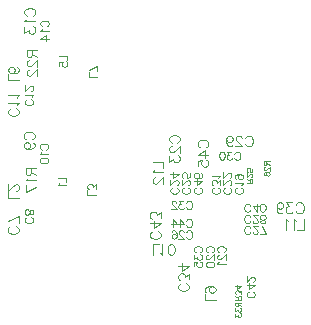
<source format=gbr>
%TF.GenerationSoftware,Altium Limited,Altium Designer,20.1.12 (249)*%
G04 Layer_Color=16711935*
%FSLAX45Y45*%
%MOMM*%
%TF.SameCoordinates,4EE8302A-A9A8-49E0-93C5-14594FCB678D*%
%TF.FilePolarity,Positive*%
%TF.FileFunction,Other,Mechanical_21*%
%TF.Part,Single*%
G01*
G75*
%TA.AperFunction,NonConductor*%
%ADD134C,0.07000*%
%ADD135C,0.09000*%
%ADD136C,0.05000*%
D134*
X894985Y1182500D02*
X825000D01*
Y1222491D01*
X894985Y1236822D02*
Y1273480D01*
X868324Y1253485D01*
Y1263483D01*
X864992Y1270148D01*
X861659Y1273480D01*
X851661Y1276813D01*
X844996D01*
X834998Y1273480D01*
X828333Y1266815D01*
X825000Y1256817D01*
Y1246819D01*
X828333Y1236822D01*
X831665Y1233489D01*
X838331Y1230156D01*
X585015Y2362500D02*
X655000D01*
Y2322508D01*
X585015Y2274852D02*
Y2308178D01*
X615008Y2311511D01*
X611676Y2308178D01*
X608343Y2298180D01*
Y2288182D01*
X611676Y2278185D01*
X618341Y2271519D01*
X628339Y2268187D01*
X635004D01*
X645002Y2271519D01*
X651667Y2278185D01*
X655000Y2288182D01*
Y2298180D01*
X651667Y2308178D01*
X648335Y2311511D01*
X641670Y2314843D01*
X575015Y1330000D02*
X645000D01*
Y1290009D01*
X588345Y1282344D02*
X585013Y1275678D01*
X575015Y1265680D01*
X645000D01*
X1580822Y1244989D02*
X1587487Y1241657D01*
X1594153Y1234991D01*
X1597485Y1228326D01*
Y1214996D01*
X1594153Y1208330D01*
X1587487Y1201665D01*
X1580822Y1198333D01*
X1570824Y1195000D01*
X1554161D01*
X1544163Y1198333D01*
X1537498Y1201665D01*
X1530833Y1208330D01*
X1527500Y1214996D01*
Y1228326D01*
X1530833Y1234991D01*
X1537498Y1241657D01*
X1544163Y1244989D01*
X1580822Y1267985D02*
X1584155D01*
X1590820Y1271317D01*
X1594153Y1274650D01*
X1597485Y1281315D01*
Y1294645D01*
X1594153Y1301311D01*
X1590820Y1304643D01*
X1584155Y1307976D01*
X1577490D01*
X1570824Y1304643D01*
X1560826Y1297978D01*
X1527500Y1264652D01*
Y1311309D01*
X1597485Y1360298D02*
X1550828Y1326972D01*
Y1376961D01*
X1597485Y1360298D02*
X1527500D01*
X904985Y2182500D02*
X835000D01*
Y2222491D01*
X904985Y2276813D02*
X835000Y2243487D01*
X904985Y2230156D02*
Y2276813D01*
X444178Y2610011D02*
X437513Y2613343D01*
X430847Y2620008D01*
X427515Y2626674D01*
Y2640004D01*
X430847Y2646670D01*
X437513Y2653335D01*
X444178Y2656667D01*
X454176Y2660000D01*
X470839D01*
X480837Y2656667D01*
X487502Y2653335D01*
X494167Y2646670D01*
X497500Y2640004D01*
Y2626674D01*
X494167Y2620008D01*
X487502Y2613343D01*
X480837Y2610011D01*
X440845Y2590348D02*
X437513Y2583683D01*
X427515Y2573685D01*
X497500D01*
X427515Y2505699D02*
X474172Y2539026D01*
Y2489036D01*
X427515Y2505699D02*
X497500D01*
X350822Y1992489D02*
X357487Y1989157D01*
X364152Y1982491D01*
X367485Y1975826D01*
Y1962495D01*
X364152Y1955830D01*
X357487Y1949165D01*
X350822Y1945833D01*
X340824Y1942500D01*
X324161D01*
X314163Y1945833D01*
X307498Y1949165D01*
X300833Y1955830D01*
X297500Y1962495D01*
Y1975826D01*
X300833Y1982491D01*
X307498Y1989157D01*
X314163Y1992489D01*
X354155Y2012152D02*
X357487Y2018817D01*
X367485Y2028815D01*
X297500D01*
X350822Y2066807D02*
X354155D01*
X360820Y2070139D01*
X364152Y2073472D01*
X367485Y2080137D01*
Y2093468D01*
X364152Y2100133D01*
X360820Y2103466D01*
X354155Y2106798D01*
X347490D01*
X340824Y2103466D01*
X330826Y2096800D01*
X297500Y2063474D01*
Y2110131D01*
X439178Y1567510D02*
X432513Y1570843D01*
X425848Y1577508D01*
X422515Y1584173D01*
Y1597504D01*
X425848Y1604169D01*
X432513Y1610834D01*
X439178Y1614167D01*
X449176Y1617500D01*
X465839D01*
X475837Y1614167D01*
X482502Y1610834D01*
X489167Y1604169D01*
X492500Y1597504D01*
Y1584173D01*
X489167Y1577508D01*
X482502Y1570843D01*
X475837Y1567510D01*
X435845Y1547848D02*
X432513Y1541183D01*
X422515Y1531185D01*
X492500D01*
X422515Y1476530D02*
X425848Y1486527D01*
X435845Y1493193D01*
X452508Y1496525D01*
X462506D01*
X479169Y1493193D01*
X489167Y1486527D01*
X492500Y1476530D01*
Y1469864D01*
X489167Y1459867D01*
X479169Y1453201D01*
X462506Y1449869D01*
X452508D01*
X435845Y1453201D01*
X425848Y1459867D01*
X422515Y1469864D01*
Y1476530D01*
X348322Y994989D02*
X354987Y991656D01*
X361653Y984991D01*
X364985Y978326D01*
Y964995D01*
X361653Y958330D01*
X354987Y951665D01*
X348322Y948332D01*
X338324Y945000D01*
X321661D01*
X311663Y948332D01*
X304998Y951665D01*
X298333Y958330D01*
X295000Y964995D01*
Y978326D01*
X298333Y984991D01*
X304998Y991656D01*
X311663Y994989D01*
X364985Y1031315D02*
X361653Y1021317D01*
X354987Y1017984D01*
X348322D01*
X341657Y1021317D01*
X338324Y1027982D01*
X334992Y1041313D01*
X331659Y1051310D01*
X324994Y1057976D01*
X318329Y1061308D01*
X308331D01*
X301665Y1057976D01*
X298333Y1054643D01*
X295000Y1044645D01*
Y1031315D01*
X298333Y1021317D01*
X301665Y1017984D01*
X308331Y1014652D01*
X318329D01*
X324994Y1017984D01*
X331659Y1024649D01*
X334992Y1034647D01*
X338324Y1047978D01*
X341657Y1054643D01*
X348322Y1057976D01*
X354987D01*
X361653Y1054643D01*
X364985Y1044645D01*
Y1031315D01*
X2225822Y364989D02*
X2232487Y361657D01*
X2239152Y354991D01*
X2242485Y348326D01*
Y334996D01*
X2239152Y328330D01*
X2232487Y321665D01*
X2225822Y318333D01*
X2215824Y315000D01*
X2199161D01*
X2189163Y318333D01*
X2182498Y321665D01*
X2175833Y328330D01*
X2172500Y334996D01*
Y348326D01*
X2175833Y354991D01*
X2182498Y361657D01*
X2189163Y364989D01*
X2242485Y417978D02*
X2195828Y384652D01*
Y434641D01*
X2242485Y417978D02*
X2172500D01*
X2225822Y450305D02*
X2229155D01*
X2235820Y453637D01*
X2239152Y456970D01*
X2242485Y463635D01*
Y476966D01*
X2239152Y483631D01*
X2235820Y486963D01*
X2229155Y490296D01*
X2222490D01*
X2215824Y486963D01*
X2205826Y480298D01*
X2172500Y446972D01*
Y493629D01*
X2070011Y1533322D02*
X2073344Y1539988D01*
X2080009Y1546653D01*
X2086674Y1549985D01*
X2100005D01*
X2106670Y1546653D01*
X2113335Y1539988D01*
X2116668Y1533322D01*
X2120000Y1523324D01*
Y1506661D01*
X2116668Y1496664D01*
X2113335Y1489998D01*
X2106670Y1483333D01*
X2100005Y1480000D01*
X2086674D01*
X2080009Y1483333D01*
X2073344Y1489998D01*
X2070011Y1496664D01*
X2043683Y1549985D02*
X2007024D01*
X2027020Y1523324D01*
X2017022D01*
X2010357Y1519992D01*
X2007024Y1516659D01*
X2003692Y1506661D01*
Y1499996D01*
X2007024Y1489998D01*
X2013690Y1483333D01*
X2023687Y1480000D01*
X2033685D01*
X2043683Y1483333D01*
X2047016Y1486666D01*
X2050348Y1493331D01*
X1968033Y1549985D02*
X1978030Y1546653D01*
X1984696Y1536655D01*
X1988028Y1519992D01*
Y1509994D01*
X1984696Y1493331D01*
X1978030Y1483333D01*
X1968033Y1480000D01*
X1961367D01*
X1951369Y1483333D01*
X1944704Y1493331D01*
X1941372Y1509994D01*
Y1519992D01*
X1944704Y1536655D01*
X1951369Y1546653D01*
X1961367Y1549985D01*
X1968033D01*
X1846678Y700011D02*
X1840013Y703344D01*
X1833348Y710009D01*
X1830015Y716674D01*
Y730005D01*
X1833348Y736670D01*
X1840013Y743335D01*
X1846678Y746668D01*
X1856676Y750000D01*
X1873339D01*
X1883337Y746668D01*
X1890002Y743335D01*
X1896667Y736670D01*
X1900000Y730005D01*
Y716674D01*
X1896667Y710009D01*
X1890002Y703344D01*
X1883337Y700011D01*
X1846678Y677016D02*
X1843345D01*
X1836680Y673683D01*
X1833348Y670350D01*
X1830015Y663685D01*
Y650355D01*
X1833348Y643690D01*
X1836680Y640357D01*
X1843345Y637024D01*
X1850011D01*
X1856676Y640357D01*
X1866674Y647022D01*
X1900000Y680348D01*
Y633692D01*
X1830015Y598033D02*
X1833348Y608030D01*
X1843345Y614695D01*
X1860008Y618028D01*
X1870006D01*
X1886670Y614695D01*
X1896667Y608030D01*
X1900000Y598033D01*
Y591367D01*
X1896667Y581369D01*
X1886670Y574704D01*
X1870006Y571371D01*
X1860008D01*
X1843345Y574704D01*
X1833348Y581369D01*
X1830015Y591367D01*
Y598033D01*
X2125822Y1244989D02*
X2132487Y1241657D01*
X2139153Y1234991D01*
X2142485Y1228326D01*
Y1214996D01*
X2139153Y1208330D01*
X2132487Y1201665D01*
X2125822Y1198333D01*
X2115824Y1195000D01*
X2099161D01*
X2089163Y1198333D01*
X2082498Y1201665D01*
X2075833Y1208330D01*
X2072500Y1214996D01*
Y1228326D01*
X2075833Y1234991D01*
X2082498Y1241657D01*
X2089163Y1244989D01*
X2129155Y1264652D02*
X2132487Y1271317D01*
X2142485Y1281315D01*
X2072500D01*
X2119157Y1359298D02*
X2109159Y1355966D01*
X2102494Y1349301D01*
X2099161Y1339303D01*
Y1335970D01*
X2102494Y1325972D01*
X2109159Y1319307D01*
X2119157Y1315974D01*
X2122490D01*
X2132487Y1319307D01*
X2139153Y1325972D01*
X2142485Y1335970D01*
Y1339303D01*
X2139153Y1349301D01*
X2132487Y1355966D01*
X2119157Y1359298D01*
X2102494D01*
X2085831Y1355966D01*
X2075833Y1349301D01*
X2072500Y1339303D01*
Y1332637D01*
X2075833Y1322639D01*
X2082498Y1319307D01*
X1678322Y1244989D02*
X1684987Y1241657D01*
X1691653Y1234991D01*
X1694985Y1228326D01*
Y1214996D01*
X1691653Y1208330D01*
X1684987Y1201665D01*
X1678322Y1198333D01*
X1668324Y1195000D01*
X1651661D01*
X1641663Y1198333D01*
X1634998Y1201665D01*
X1628333Y1208330D01*
X1625000Y1214996D01*
Y1228326D01*
X1628333Y1234991D01*
X1634998Y1241657D01*
X1641663Y1244989D01*
X1678322Y1267985D02*
X1681655D01*
X1688320Y1271317D01*
X1691653Y1274650D01*
X1694985Y1281315D01*
Y1294645D01*
X1691653Y1301311D01*
X1688320Y1304643D01*
X1681655Y1307976D01*
X1674990D01*
X1668324Y1304643D01*
X1658327Y1297978D01*
X1625000Y1264652D01*
Y1311309D01*
X1694985Y1366963D02*
Y1333637D01*
X1664992Y1330305D01*
X1668324Y1333637D01*
X1671657Y1343635D01*
Y1353633D01*
X1668324Y1363631D01*
X1661659Y1370296D01*
X1651661Y1373629D01*
X1644996D01*
X1634998Y1370296D01*
X1628333Y1363631D01*
X1625000Y1353633D01*
Y1343635D01*
X1628333Y1333637D01*
X1631666Y1330305D01*
X1638331Y1326972D01*
X1662511Y865822D02*
X1665844Y872487D01*
X1672509Y879152D01*
X1679174Y882485D01*
X1692505D01*
X1699170Y879152D01*
X1705835Y872487D01*
X1709168Y865822D01*
X1712500Y855824D01*
Y839161D01*
X1709168Y829163D01*
X1705835Y822498D01*
X1699170Y815833D01*
X1692505Y812500D01*
X1679174D01*
X1672509Y815833D01*
X1665844Y822498D01*
X1662511Y829163D01*
X1639516Y865822D02*
Y869155D01*
X1636183Y875820D01*
X1632850Y879152D01*
X1626185Y882485D01*
X1612855D01*
X1606190Y879152D01*
X1602857Y875820D01*
X1599524Y869155D01*
Y862490D01*
X1602857Y855824D01*
X1609522Y845826D01*
X1642848Y812500D01*
X1596192D01*
X1540537Y872487D02*
X1543869Y879152D01*
X1553867Y882485D01*
X1560533D01*
X1570530Y879152D01*
X1577195Y869155D01*
X1580528Y852492D01*
Y835828D01*
X1577195Y822498D01*
X1570530Y815833D01*
X1560533Y812500D01*
X1557200D01*
X1547202Y815833D01*
X1540537Y822498D01*
X1537204Y832496D01*
Y835828D01*
X1540537Y845826D01*
X1547202Y852492D01*
X1557200Y855824D01*
X1560533D01*
X1570530Y852492D01*
X1577195Y845826D01*
X1580528Y835828D01*
X1930822Y1244989D02*
X1937487Y1241657D01*
X1944153Y1234991D01*
X1947485Y1228326D01*
Y1214996D01*
X1944153Y1208330D01*
X1937487Y1201665D01*
X1930822Y1198333D01*
X1920824Y1195000D01*
X1904161D01*
X1894163Y1198333D01*
X1887498Y1201665D01*
X1880833Y1208330D01*
X1877500Y1214996D01*
Y1228326D01*
X1880833Y1234991D01*
X1887498Y1241657D01*
X1894163Y1244989D01*
X1947485Y1271317D02*
Y1307976D01*
X1920824Y1287980D01*
Y1297978D01*
X1917492Y1304643D01*
X1914159Y1307976D01*
X1904161Y1311309D01*
X1897496D01*
X1887498Y1307976D01*
X1880833Y1301311D01*
X1877500Y1291313D01*
Y1281315D01*
X1880833Y1271317D01*
X1884165Y1267985D01*
X1890831Y1264652D01*
X1934155Y1326972D02*
X1937487Y1333637D01*
X1947485Y1343635D01*
X1877500D01*
X1662511Y1115822D02*
X1665844Y1122487D01*
X1672509Y1129152D01*
X1679174Y1132485D01*
X1692505D01*
X1699170Y1129152D01*
X1705835Y1122487D01*
X1709168Y1115822D01*
X1712500Y1105824D01*
Y1089161D01*
X1709168Y1079163D01*
X1705835Y1072498D01*
X1699170Y1065833D01*
X1692505Y1062500D01*
X1679174D01*
X1672509Y1065833D01*
X1665844Y1072498D01*
X1662511Y1079163D01*
X1636183Y1132485D02*
X1599524D01*
X1619520Y1105824D01*
X1609522D01*
X1602857Y1102492D01*
X1599524Y1099159D01*
X1596192Y1089161D01*
Y1082496D01*
X1599524Y1072498D01*
X1606190Y1065833D01*
X1616187Y1062500D01*
X1626185D01*
X1636183Y1065833D01*
X1639516Y1069165D01*
X1642848Y1075830D01*
X1577195Y1115822D02*
Y1119155D01*
X1573863Y1125820D01*
X1570530Y1129152D01*
X1563865Y1132485D01*
X1550535D01*
X1543869Y1129152D01*
X1540537Y1125820D01*
X1537204Y1119155D01*
Y1112490D01*
X1540537Y1105824D01*
X1547202Y1095826D01*
X1580528Y1062500D01*
X1533871D01*
X1662511Y965822D02*
X1665844Y972487D01*
X1672509Y979152D01*
X1679174Y982485D01*
X1692505D01*
X1699170Y979152D01*
X1705835Y972487D01*
X1709168Y965822D01*
X1712500Y955824D01*
Y939161D01*
X1709168Y929163D01*
X1705835Y922498D01*
X1699170Y915833D01*
X1692505Y912500D01*
X1679174D01*
X1672509Y915833D01*
X1665844Y922498D01*
X1662511Y929163D01*
X1609522Y982485D02*
X1642848Y935828D01*
X1592859D01*
X1609522Y982485D02*
Y912500D01*
X1547202Y982485D02*
X1580528Y935828D01*
X1530539D01*
X1547202Y982485D02*
Y912500D01*
X1741678Y700011D02*
X1735013Y703344D01*
X1728348Y710009D01*
X1725015Y716674D01*
Y730005D01*
X1728348Y736670D01*
X1735013Y743335D01*
X1741678Y746668D01*
X1751676Y750000D01*
X1768339D01*
X1778337Y746668D01*
X1785002Y743335D01*
X1791667Y736670D01*
X1795000Y730005D01*
Y716674D01*
X1791667Y710009D01*
X1785002Y703344D01*
X1778337Y700011D01*
X1725015Y673683D02*
Y637024D01*
X1751676Y657020D01*
Y647022D01*
X1755009Y640357D01*
X1758341Y637024D01*
X1768339Y633692D01*
X1775005D01*
X1785002Y637024D01*
X1791667Y643690D01*
X1795000Y653687D01*
Y663685D01*
X1791667Y673683D01*
X1788335Y677016D01*
X1781670Y680348D01*
X1725015Y578037D02*
Y611363D01*
X1755009Y614695D01*
X1751676Y611363D01*
X1748343Y601365D01*
Y591367D01*
X1751676Y581369D01*
X1758341Y574704D01*
X1768339Y571371D01*
X1775005D01*
X1785002Y574704D01*
X1791667Y581369D01*
X1795000Y591367D01*
Y601365D01*
X1791667Y611363D01*
X1788335Y614695D01*
X1781670Y618028D01*
X1780822Y1244989D02*
X1787487Y1241657D01*
X1794153Y1234991D01*
X1797485Y1228326D01*
Y1214996D01*
X1794153Y1208330D01*
X1787487Y1201665D01*
X1780822Y1198333D01*
X1770824Y1195000D01*
X1754161D01*
X1744163Y1198333D01*
X1737498Y1201665D01*
X1730833Y1208330D01*
X1727500Y1214996D01*
Y1228326D01*
X1730833Y1234991D01*
X1737498Y1241657D01*
X1744163Y1244989D01*
X1797485Y1297978D02*
X1750829Y1264652D01*
Y1314641D01*
X1797485Y1297978D02*
X1727500D01*
X1787487Y1366963D02*
X1794153Y1363631D01*
X1797485Y1353633D01*
Y1346968D01*
X1794153Y1336970D01*
X1784155Y1330305D01*
X1767492Y1326972D01*
X1750829D01*
X1737498Y1330305D01*
X1730833Y1336970D01*
X1727500Y1346968D01*
Y1350300D01*
X1730833Y1360298D01*
X1737498Y1366963D01*
X1747496Y1370296D01*
X1750829D01*
X1760827Y1366963D01*
X1767492Y1360298D01*
X1770824Y1350300D01*
Y1346968D01*
X1767492Y1336970D01*
X1760827Y1330305D01*
X1750829Y1326972D01*
X2204989Y1056678D02*
X2201657Y1050013D01*
X2194992Y1043348D01*
X2188326Y1040015D01*
X2174996D01*
X2168330Y1043348D01*
X2161665Y1050013D01*
X2158333Y1056678D01*
X2155000Y1066676D01*
Y1083339D01*
X2158333Y1093337D01*
X2161665Y1100002D01*
X2168330Y1106667D01*
X2174996Y1110000D01*
X2188326D01*
X2194992Y1106667D01*
X2201657Y1100002D01*
X2204989Y1093337D01*
X2257978Y1040015D02*
X2224652Y1086672D01*
X2274641D01*
X2257978Y1040015D02*
Y1110000D01*
X2306968Y1040015D02*
X2296970Y1043348D01*
X2290305Y1053345D01*
X2286972Y1070009D01*
Y1080006D01*
X2290305Y1096670D01*
X2296970Y1106667D01*
X2306968Y1110000D01*
X2313633D01*
X2323631Y1106667D01*
X2330296Y1096670D01*
X2333629Y1080006D01*
Y1070009D01*
X2330296Y1053345D01*
X2323631Y1043348D01*
X2313633Y1040015D01*
X2306968D01*
X2204989Y869178D02*
X2201657Y862513D01*
X2194992Y855848D01*
X2188326Y852515D01*
X2174996D01*
X2168330Y855848D01*
X2161665Y862513D01*
X2158333Y869178D01*
X2155000Y879176D01*
Y895839D01*
X2158333Y905837D01*
X2161665Y912502D01*
X2168330Y919167D01*
X2174996Y922500D01*
X2188326D01*
X2194992Y919167D01*
X2201657Y912502D01*
X2204989Y905837D01*
X2227985Y869178D02*
Y865845D01*
X2231317Y859180D01*
X2234650Y855848D01*
X2241315Y852515D01*
X2254645D01*
X2261311Y855848D01*
X2264643Y859180D01*
X2267976Y865845D01*
Y872511D01*
X2264643Y879176D01*
X2257978Y889174D01*
X2224652Y922500D01*
X2271309D01*
X2333629Y852515D02*
X2300302Y922500D01*
X2286972Y852515D02*
X2333629D01*
X2204989Y959178D02*
X2201657Y952513D01*
X2194992Y945848D01*
X2188326Y942515D01*
X2174996D01*
X2168330Y945848D01*
X2161665Y952513D01*
X2158333Y959178D01*
X2155000Y969176D01*
Y985839D01*
X2158333Y995837D01*
X2161665Y1002502D01*
X2168330Y1009167D01*
X2174996Y1012500D01*
X2188326D01*
X2194992Y1009167D01*
X2201657Y1002502D01*
X2204989Y995837D01*
X2227985Y959178D02*
Y955845D01*
X2231317Y949180D01*
X2234650Y945848D01*
X2241315Y942515D01*
X2254645D01*
X2261311Y945848D01*
X2264643Y949180D01*
X2267976Y955845D01*
Y962511D01*
X2264643Y969176D01*
X2257978Y979174D01*
X2224652Y1012500D01*
X2271309D01*
X2303635Y942515D02*
X2293637Y945848D01*
X2290305Y952513D01*
Y959178D01*
X2293637Y965843D01*
X2300302Y969176D01*
X2313633Y972509D01*
X2323631Y975841D01*
X2330296Y982507D01*
X2333629Y989172D01*
Y999170D01*
X2330296Y1005835D01*
X2326964Y1009167D01*
X2316966Y1012500D01*
X2303635D01*
X2293637Y1009167D01*
X2290305Y1005835D01*
X2286972Y999170D01*
Y989172D01*
X2290305Y982507D01*
X2296970Y975841D01*
X2306968Y972509D01*
X2320298Y969176D01*
X2326964Y965843D01*
X2330296Y959178D01*
Y952513D01*
X2326964Y945848D01*
X2316966Y942515D01*
X2303635D01*
X1941678Y700011D02*
X1935013Y703344D01*
X1928348Y710009D01*
X1925015Y716674D01*
Y730005D01*
X1928348Y736670D01*
X1935013Y743335D01*
X1941678Y746668D01*
X1951676Y750000D01*
X1968339D01*
X1978337Y746668D01*
X1985002Y743335D01*
X1991667Y736670D01*
X1995000Y730005D01*
Y716674D01*
X1991667Y710009D01*
X1985002Y703344D01*
X1978337Y700011D01*
X1941678Y677016D02*
X1938345D01*
X1931680Y673683D01*
X1928348Y670350D01*
X1925015Y663685D01*
Y650355D01*
X1928348Y643690D01*
X1931680Y640357D01*
X1938345Y637024D01*
X1945011D01*
X1951676Y640357D01*
X1961674Y647022D01*
X1995000Y680348D01*
Y633692D01*
X1938345Y618028D02*
X1935013Y611363D01*
X1925015Y601365D01*
X1995000D01*
X2028322Y1244989D02*
X2034988Y1241657D01*
X2041653Y1234991D01*
X2044985Y1228326D01*
Y1214996D01*
X2041653Y1208330D01*
X2034988Y1201665D01*
X2028322Y1198333D01*
X2018324Y1195000D01*
X2001661D01*
X1991664Y1198333D01*
X1984998Y1201665D01*
X1978333Y1208330D01*
X1975000Y1214996D01*
Y1228326D01*
X1978333Y1234991D01*
X1984998Y1241657D01*
X1991664Y1244989D01*
X2028322Y1267985D02*
X2031655D01*
X2038320Y1271317D01*
X2041653Y1274650D01*
X2044985Y1281315D01*
Y1294645D01*
X2041653Y1301311D01*
X2038320Y1304643D01*
X2031655Y1307976D01*
X2024990D01*
X2018324Y1304643D01*
X2008327Y1297978D01*
X1975000Y1264652D01*
Y1311309D01*
X2028322Y1330305D02*
X2031655D01*
X2038320Y1333637D01*
X2041653Y1336970D01*
X2044985Y1343635D01*
Y1356966D01*
X2041653Y1363631D01*
X2038320Y1366963D01*
X2031655Y1370296D01*
X2024990D01*
X2018324Y1366963D01*
X2008327Y1360298D01*
X1975000Y1326972D01*
Y1373629D01*
D135*
X1377519Y1462500D02*
X1467500D01*
Y1411083D01*
X1394658Y1401228D02*
X1390374Y1392658D01*
X1377519Y1379804D01*
X1467500D01*
X1398943Y1330957D02*
X1394658D01*
X1386089Y1326672D01*
X1381804Y1322387D01*
X1377519Y1313818D01*
Y1296678D01*
X1381804Y1288109D01*
X1386089Y1283824D01*
X1394658Y1279539D01*
X1403228D01*
X1411798Y1283824D01*
X1424652Y1292394D01*
X1467500Y1335242D01*
Y1275254D01*
X312519Y2407500D02*
X402500D01*
X312519D02*
Y2368937D01*
X316804Y2356082D01*
X321089Y2351797D01*
X329658Y2347513D01*
X338228D01*
X346797Y2351797D01*
X351082Y2356082D01*
X355367Y2368937D01*
Y2407500D01*
Y2377506D02*
X402500Y2347513D01*
X333943Y2323089D02*
X329658D01*
X321089Y2318804D01*
X316804Y2314520D01*
X312519Y2305950D01*
Y2288811D01*
X316804Y2280241D01*
X321089Y2275957D01*
X329658Y2271672D01*
X338228D01*
X346797Y2275957D01*
X359652Y2284526D01*
X402500Y2327374D01*
Y2267387D01*
X333943Y2242964D02*
X329658D01*
X321089Y2238679D01*
X316804Y2234394D01*
X312519Y2225824D01*
Y2208685D01*
X316804Y2200115D01*
X321089Y2195831D01*
X329658Y2191546D01*
X338228D01*
X346797Y2195831D01*
X359652Y2204400D01*
X402500Y2247248D01*
Y2187261D01*
X223557Y1916772D02*
X232127Y1912487D01*
X240696Y1903917D01*
X244981Y1895348D01*
Y1878209D01*
X240696Y1869639D01*
X232127Y1861070D01*
X223557Y1856785D01*
X210703Y1852500D01*
X189279D01*
X176424Y1856785D01*
X167855Y1861070D01*
X159285Y1869639D01*
X155000Y1878209D01*
Y1895348D01*
X159285Y1903917D01*
X167855Y1912487D01*
X176424Y1916772D01*
X227842Y1942052D02*
X232127Y1950622D01*
X244981Y1963476D01*
X155000D01*
X227842Y2008038D02*
X232127Y2016608D01*
X244981Y2029462D01*
X155000D01*
X313943Y2700728D02*
X305374Y2705013D01*
X296804Y2713583D01*
X292519Y2722152D01*
Y2739291D01*
X296804Y2747861D01*
X305374Y2756430D01*
X313943Y2760715D01*
X326797Y2765000D01*
X348222D01*
X361076Y2760715D01*
X369645Y2756430D01*
X378215Y2747861D01*
X382500Y2739291D01*
Y2722152D01*
X378215Y2713583D01*
X369645Y2705013D01*
X361076Y2700728D01*
X309658Y2675448D02*
X305374Y2666878D01*
X292519Y2654024D01*
X382500D01*
X292519Y2600892D02*
Y2553759D01*
X326797Y2579468D01*
Y2566614D01*
X331082Y2558044D01*
X335367Y2553759D01*
X348222Y2549475D01*
X356791D01*
X369645Y2553759D01*
X378215Y2562329D01*
X382500Y2575184D01*
Y2588038D01*
X378215Y2600892D01*
X373930Y2605177D01*
X365361Y2609462D01*
X244981Y2152500D02*
X155000D01*
Y2203917D01*
X232127Y2265190D02*
X240696Y2260905D01*
X244981Y2248051D01*
Y2239481D01*
X240696Y2226627D01*
X227842Y2218057D01*
X206418Y2213773D01*
X184994D01*
X167855Y2218057D01*
X159285Y2226627D01*
X155000Y2239481D01*
Y2243766D01*
X159285Y2256621D01*
X167855Y2265190D01*
X180709Y2269475D01*
X184994D01*
X197848Y2265190D01*
X206418Y2256621D01*
X210703Y2243766D01*
Y2239481D01*
X206418Y2226627D01*
X197848Y2218057D01*
X184994Y2213773D01*
X221057Y919272D02*
X229626Y914987D01*
X238196Y906417D01*
X242481Y897848D01*
Y880709D01*
X238196Y872139D01*
X229626Y863570D01*
X221057Y859285D01*
X208203Y855000D01*
X186778D01*
X173924Y859285D01*
X165355Y863570D01*
X156785Y872139D01*
X152500Y880709D01*
Y897848D01*
X156785Y906417D01*
X165355Y914987D01*
X173924Y919272D01*
X242481Y1004539D02*
X152500Y961691D01*
X242481Y944552D02*
Y1004539D01*
Y1155000D02*
X152500D01*
Y1206417D01*
X221057Y1220557D02*
X225342D01*
X233911Y1224842D01*
X238196Y1229127D01*
X242481Y1237696D01*
Y1254836D01*
X238196Y1263405D01*
X233911Y1267690D01*
X225342Y1271975D01*
X216772D01*
X208203Y1267690D01*
X195348Y1259120D01*
X152500Y1216272D01*
Y1276260D01*
X308943Y1655728D02*
X300374Y1660013D01*
X291804Y1668582D01*
X287519Y1677152D01*
Y1694291D01*
X291804Y1702861D01*
X300374Y1711430D01*
X308943Y1715715D01*
X321797Y1720000D01*
X343222D01*
X356076Y1715715D01*
X364645Y1711430D01*
X373215Y1702861D01*
X377500Y1694291D01*
Y1677152D01*
X373215Y1668582D01*
X364645Y1660013D01*
X356076Y1655728D01*
X317513Y1574745D02*
X330367Y1579030D01*
X338937Y1587600D01*
X343222Y1600454D01*
Y1604739D01*
X338937Y1617593D01*
X330367Y1626163D01*
X317513Y1630448D01*
X313228D01*
X300374Y1626163D01*
X291804Y1617593D01*
X287519Y1604739D01*
Y1600454D01*
X291804Y1587600D01*
X300374Y1579030D01*
X317513Y1574745D01*
X338937D01*
X360361Y1579030D01*
X373215Y1587600D01*
X377500Y1600454D01*
Y1609024D01*
X373215Y1621878D01*
X364645Y1626163D01*
X302519Y1410000D02*
X392500D01*
X302519D02*
Y1371436D01*
X306804Y1358582D01*
X311089Y1354297D01*
X319658Y1350013D01*
X328228D01*
X336797Y1354297D01*
X341082Y1358582D01*
X345367Y1371436D01*
Y1410000D01*
Y1380006D02*
X392500Y1350013D01*
X319658Y1329874D02*
X315374Y1321304D01*
X302519Y1308450D01*
X392500D01*
X302519Y1203901D02*
X392500Y1246749D01*
X302519Y1263888D02*
Y1203901D01*
X2160728Y1663557D02*
X2165013Y1672127D01*
X2173583Y1680696D01*
X2182152Y1684981D01*
X2199291D01*
X2207861Y1680696D01*
X2216430Y1672127D01*
X2220715Y1663557D01*
X2225000Y1650703D01*
Y1629279D01*
X2220715Y1616424D01*
X2216430Y1607855D01*
X2207861Y1599285D01*
X2199291Y1595000D01*
X2182152D01*
X2173583Y1599285D01*
X2165013Y1607855D01*
X2160728Y1616424D01*
X2131163Y1663557D02*
Y1667842D01*
X2126878Y1676411D01*
X2122593Y1680696D01*
X2114024Y1684981D01*
X2096885D01*
X2088315Y1680696D01*
X2084030Y1676411D01*
X2079745Y1667842D01*
Y1659272D01*
X2084030Y1650703D01*
X2092600Y1637848D01*
X2135448Y1595000D01*
X2075461D01*
X1999620Y1654988D02*
X2003905Y1642133D01*
X2012474Y1633564D01*
X2025328Y1629279D01*
X2029613D01*
X2042468Y1633564D01*
X2051037Y1642133D01*
X2055322Y1654988D01*
Y1659272D01*
X2051037Y1672127D01*
X2042468Y1680696D01*
X2029613Y1684981D01*
X2025328D01*
X2012474Y1680696D01*
X2003905Y1672127D01*
X1999620Y1654988D01*
Y1633564D01*
X2003905Y1612140D01*
X2012474Y1599285D01*
X2025328Y1595000D01*
X2033898D01*
X2046752Y1599285D01*
X2051037Y1607855D01*
X1377500Y677519D02*
Y767500D01*
X1428918D01*
X1438773Y694658D02*
X1447343Y690374D01*
X1460197Y677519D01*
Y767500D01*
X1530468Y677519D02*
X1517613Y681804D01*
X1509043Y694658D01*
X1504759Y716082D01*
Y728937D01*
X1509043Y750361D01*
X1517613Y763215D01*
X1530468Y767500D01*
X1539037D01*
X1551891Y763215D01*
X1560461Y750361D01*
X1564746Y728937D01*
Y716082D01*
X1560461Y694658D01*
X1551891Y681804D01*
X1539037Y677519D01*
X1530468D01*
X1538943Y1625728D02*
X1530374Y1630013D01*
X1521804Y1638583D01*
X1517519Y1647152D01*
Y1664291D01*
X1521804Y1672861D01*
X1530374Y1681430D01*
X1538943Y1685715D01*
X1551798Y1690000D01*
X1573222D01*
X1586076Y1685715D01*
X1594646Y1681430D01*
X1603215Y1672861D01*
X1607500Y1664291D01*
Y1647152D01*
X1603215Y1638583D01*
X1594646Y1630013D01*
X1586076Y1625728D01*
X1538943Y1596163D02*
X1534658D01*
X1526089Y1591878D01*
X1521804Y1587593D01*
X1517519Y1579024D01*
Y1561885D01*
X1521804Y1553315D01*
X1526089Y1549030D01*
X1534658Y1544745D01*
X1543228D01*
X1551798Y1549030D01*
X1564652Y1557600D01*
X1607500Y1600448D01*
Y1540461D01*
X1517519Y1511752D02*
Y1464620D01*
X1551798Y1490328D01*
Y1477474D01*
X1556082Y1468905D01*
X1560367Y1464620D01*
X1573222Y1460335D01*
X1581791D01*
X1594646Y1464620D01*
X1603215Y1473189D01*
X1607500Y1486044D01*
Y1498898D01*
X1603215Y1511752D01*
X1598930Y1516037D01*
X1590361Y1520322D01*
X1423557Y876772D02*
X1432127Y872487D01*
X1440696Y863918D01*
X1444981Y855348D01*
Y838209D01*
X1440696Y829639D01*
X1432127Y821070D01*
X1423557Y816785D01*
X1410703Y812500D01*
X1389279D01*
X1376424Y816785D01*
X1367855Y821070D01*
X1359285Y829639D01*
X1355000Y838209D01*
Y855348D01*
X1359285Y863918D01*
X1367855Y872487D01*
X1376424Y876772D01*
X1444981Y944901D02*
X1384994Y902053D01*
Y966324D01*
X1444981Y944901D02*
X1355000D01*
X1444981Y990748D02*
Y1037881D01*
X1410703Y1012172D01*
Y1025026D01*
X1406418Y1033596D01*
X1402133Y1037881D01*
X1389279Y1042166D01*
X1380709D01*
X1367855Y1037881D01*
X1359285Y1029311D01*
X1355000Y1016457D01*
Y1003602D01*
X1359285Y990748D01*
X1363570Y986463D01*
X1372139Y982178D01*
X1661057Y436772D02*
X1669627Y432487D01*
X1678196Y423918D01*
X1682481Y415348D01*
Y398209D01*
X1678196Y389639D01*
X1669627Y381070D01*
X1661057Y376785D01*
X1648203Y372500D01*
X1626779D01*
X1613924Y376785D01*
X1605355Y381070D01*
X1596785Y389639D01*
X1592500Y398209D01*
Y415348D01*
X1596785Y423918D01*
X1605355Y432487D01*
X1613924Y436772D01*
X1682481Y470622D02*
Y517755D01*
X1648203Y492046D01*
Y504900D01*
X1643918Y513470D01*
X1639633Y517755D01*
X1626779Y522040D01*
X1618209D01*
X1605355Y517755D01*
X1596785Y509185D01*
X1592500Y496331D01*
Y483476D01*
X1596785Y470622D01*
X1601070Y466337D01*
X1609639Y462052D01*
X1682481Y585026D02*
X1622494Y542178D01*
Y606450D01*
X1682481Y585026D02*
X1592500D01*
X1781443Y1585728D02*
X1772874Y1590013D01*
X1764304Y1598583D01*
X1760019Y1607152D01*
Y1624291D01*
X1764304Y1632861D01*
X1772874Y1641431D01*
X1781443Y1645716D01*
X1794298Y1650000D01*
X1815722D01*
X1828576Y1645716D01*
X1837146Y1641431D01*
X1845715Y1632861D01*
X1850000Y1624291D01*
Y1607152D01*
X1845715Y1598583D01*
X1837146Y1590013D01*
X1828576Y1585728D01*
X1760019Y1517600D02*
X1820007Y1560448D01*
Y1496176D01*
X1760019Y1517600D02*
X1850000D01*
X1760019Y1428905D02*
Y1471752D01*
X1798583Y1476037D01*
X1794298Y1471752D01*
X1790013Y1458898D01*
Y1446044D01*
X1794298Y1433189D01*
X1802867Y1424620D01*
X1815722Y1420335D01*
X1824291D01*
X1837146Y1424620D01*
X1845715Y1433189D01*
X1850000Y1446044D01*
Y1458898D01*
X1845715Y1471752D01*
X1841430Y1476037D01*
X1832861Y1480322D01*
X1909981Y295000D02*
X1820000D01*
Y346418D01*
X1879987Y411975D02*
X1867133Y407690D01*
X1858563Y399121D01*
X1854278Y386266D01*
Y381982D01*
X1858563Y369127D01*
X1867133Y360558D01*
X1879987Y356273D01*
X1884272D01*
X1897127Y360558D01*
X1905696Y369127D01*
X1909981Y381982D01*
Y386266D01*
X1905696Y399121D01*
X1897127Y407690D01*
X1879987Y411975D01*
X1858563D01*
X1837139Y407690D01*
X1824285Y399121D01*
X1820000Y386266D01*
Y377697D01*
X1824285Y364843D01*
X1832855Y360558D01*
X2590728Y1098557D02*
X2595013Y1107127D01*
X2603583Y1115696D01*
X2612152Y1119981D01*
X2629291D01*
X2637861Y1115696D01*
X2646431Y1107127D01*
X2650716Y1098557D01*
X2655000Y1085703D01*
Y1064279D01*
X2650716Y1051424D01*
X2646431Y1042855D01*
X2637861Y1034285D01*
X2629291Y1030000D01*
X2612152D01*
X2603583Y1034285D01*
X2595013Y1042855D01*
X2590728Y1051424D01*
X2556878Y1119981D02*
X2509746D01*
X2535454Y1085703D01*
X2522600D01*
X2514031Y1081418D01*
X2509746Y1077133D01*
X2505461Y1064279D01*
Y1055709D01*
X2509746Y1042855D01*
X2518315Y1034285D01*
X2531170Y1030000D01*
X2544024D01*
X2556878Y1034285D01*
X2561163Y1038570D01*
X2565448Y1047139D01*
X2429620Y1089987D02*
X2433905Y1077133D01*
X2442474Y1068564D01*
X2455329Y1064279D01*
X2459613D01*
X2472468Y1068564D01*
X2481037Y1077133D01*
X2485322Y1089987D01*
Y1094272D01*
X2481037Y1107127D01*
X2472468Y1115696D01*
X2459613Y1119981D01*
X2455329D01*
X2442474Y1115696D01*
X2433905Y1107127D01*
X2429620Y1089987D01*
Y1068564D01*
X2433905Y1047139D01*
X2442474Y1034285D01*
X2455329Y1030000D01*
X2463898D01*
X2476752Y1034285D01*
X2481037Y1042855D01*
X2655000Y979981D02*
Y890000D01*
X2603583D01*
X2593728Y962842D02*
X2585158Y967127D01*
X2572304Y979981D01*
Y890000D01*
X2527742Y962842D02*
X2519172Y967127D01*
X2506318Y979981D01*
Y890000D01*
D136*
X2317511Y1467500D02*
X2367500D01*
X2317511D02*
Y1446076D01*
X2319891Y1438935D01*
X2322272Y1436554D01*
X2327032Y1434174D01*
X2331793D01*
X2336554Y1436554D01*
X2338935Y1438935D01*
X2341315Y1446076D01*
Y1467500D01*
Y1450837D02*
X2367500Y1434174D01*
X2329413Y1420605D02*
X2327032D01*
X2322272Y1418225D01*
X2319891Y1415845D01*
X2317511Y1411084D01*
Y1401562D01*
X2319891Y1396801D01*
X2322272Y1394420D01*
X2327032Y1392040D01*
X2331793D01*
X2336554Y1394420D01*
X2343696Y1399181D01*
X2367500Y1422986D01*
Y1389660D01*
X2324652Y1349906D02*
X2319891Y1352287D01*
X2317511Y1359428D01*
Y1364189D01*
X2319891Y1371330D01*
X2327032Y1376091D01*
X2338935Y1378471D01*
X2350837D01*
X2360359Y1376091D01*
X2365119Y1371330D01*
X2367500Y1364189D01*
Y1361808D01*
X2365119Y1354667D01*
X2360359Y1349906D01*
X2353217Y1347526D01*
X2350837D01*
X2343696Y1349906D01*
X2338935Y1354667D01*
X2336554Y1361808D01*
Y1364189D01*
X2338935Y1371330D01*
X2343696Y1376091D01*
X2350837Y1378471D01*
X2222489Y1287500D02*
X2172500D01*
X2222489D02*
Y1308924D01*
X2220109Y1316065D01*
X2217728Y1318446D01*
X2212968Y1320826D01*
X2208207D01*
X2203446Y1318446D01*
X2201065Y1316065D01*
X2198685Y1308924D01*
Y1287500D01*
Y1304163D02*
X2172500Y1320826D01*
X2210587Y1334395D02*
X2212968D01*
X2217728Y1336775D01*
X2220109Y1339156D01*
X2222489Y1343917D01*
Y1353438D01*
X2220109Y1358199D01*
X2217728Y1360580D01*
X2212968Y1362960D01*
X2208207D01*
X2203446Y1360580D01*
X2196304Y1355819D01*
X2172500Y1332014D01*
Y1365340D01*
X2222489Y1405094D02*
Y1381290D01*
X2201065Y1378909D01*
X2203446Y1381290D01*
X2205826Y1388431D01*
Y1395572D01*
X2203446Y1402713D01*
X2198685Y1407474D01*
X2191543Y1409855D01*
X2186783D01*
X2179641Y1407474D01*
X2174881Y1402713D01*
X2172500Y1395572D01*
Y1388431D01*
X2174881Y1381290D01*
X2177261Y1378909D01*
X2182022Y1376529D01*
X2127489Y297500D02*
X2077500D01*
X2127489D02*
Y318924D01*
X2125109Y326065D01*
X2122728Y328446D01*
X2117968Y330826D01*
X2113207D01*
X2108446Y328446D01*
X2106065Y326065D01*
X2103685Y318924D01*
Y297500D01*
Y314163D02*
X2077500Y330826D01*
X2127489Y346775D02*
Y372960D01*
X2108446Y358677D01*
Y365819D01*
X2106065Y370580D01*
X2103685Y372960D01*
X2096543Y375340D01*
X2091783D01*
X2084641Y372960D01*
X2079881Y368199D01*
X2077500Y361058D01*
Y353916D01*
X2079881Y346775D01*
X2082261Y344395D01*
X2087022Y342014D01*
X2127489Y410333D02*
X2094163Y386529D01*
Y422235D01*
X2127489Y410333D02*
X2077500D01*
X2077511Y272500D02*
X2127500D01*
X2077511D02*
Y251076D01*
X2079891Y243934D01*
X2082272Y241554D01*
X2087032Y239174D01*
X2091793D01*
X2096554Y241554D01*
X2098935Y243934D01*
X2101315Y251076D01*
Y272500D01*
Y255837D02*
X2127500Y239174D01*
X2077511Y223225D02*
Y197040D01*
X2096554Y211322D01*
Y204181D01*
X2098935Y199420D01*
X2101315Y197040D01*
X2108457Y194660D01*
X2113217D01*
X2120359Y197040D01*
X2125119Y201801D01*
X2127500Y208942D01*
Y216083D01*
X2125119Y223225D01*
X2122739Y225605D01*
X2117978Y227986D01*
X2077511Y178710D02*
Y152526D01*
X2096554Y166808D01*
Y159667D01*
X2098935Y154906D01*
X2101315Y152526D01*
X2108457Y150145D01*
X2113217D01*
X2120359Y152526D01*
X2125119Y157286D01*
X2127500Y164428D01*
Y171569D01*
X2125119Y178710D01*
X2122739Y181091D01*
X2117978Y183471D01*
%TF.MD5,931b2e8d84b4d0835ffb469d3d544c7b*%
M02*

</source>
